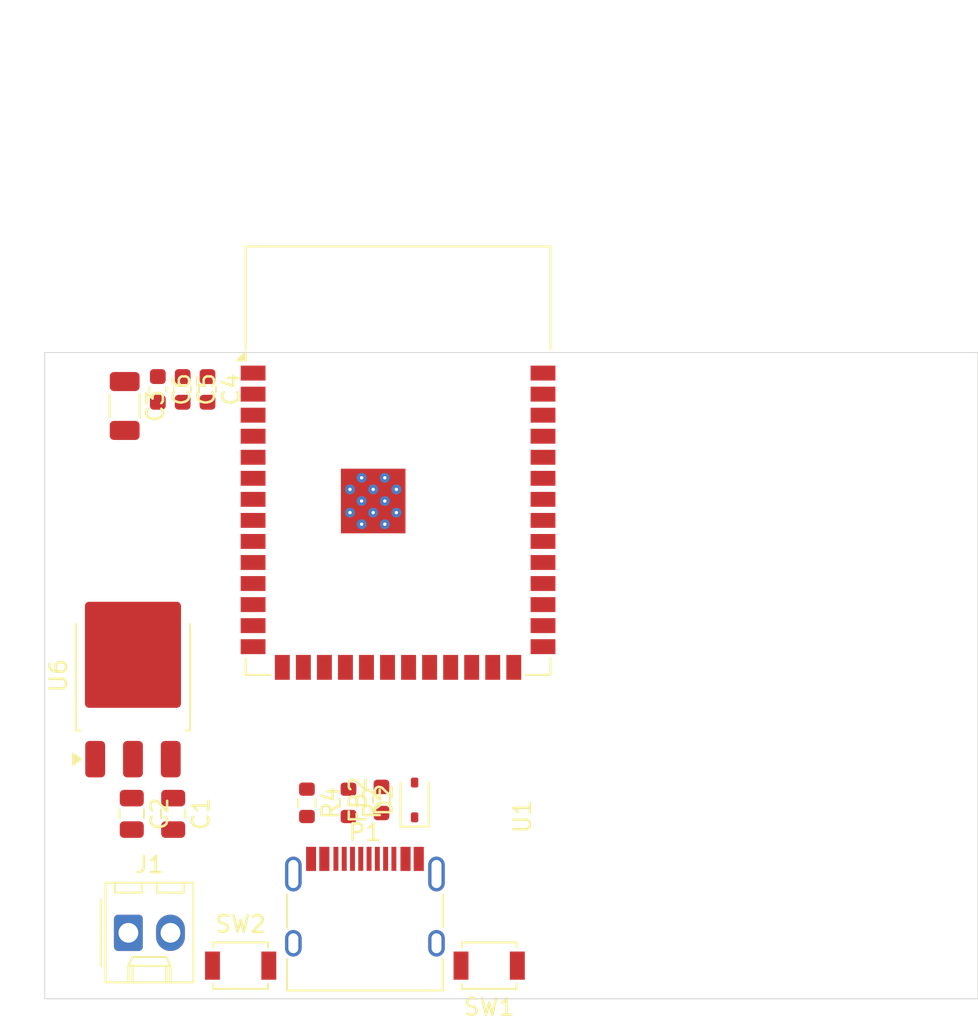
<source format=kicad_pcb>
(kicad_pcb (version 20241229) (generator "pcbnew") (generator_version "9.0")
  (layers (0 "F.Cu" signal) (2 "B.Cu" signal) (13 "F.Paste" user) (15 "B.Paste" user) (5 "F.SilkS" user "F.Silkscreen") (7 "B.SilkS" user "B.Silkscreen") (1 "F.Mask" user) (3 "B.Mask" user) (25 "Edge.Cuts" user))
  (net 0 "")
  (net 1 "5V")
  (net 2 "GND")
  (net 3 "3V3")
  (net 13 "ESP_EN")
  (net 27 "SW_BOOT")
  (net 29 "USB_DP")
  (net 40 "USB_DM")
  (net 41 "/VBUS2")
  (net 42 "Net-(D2-K)")
  (net 45 "/CC1_2")
  (net 46 "/CC2_2")
  (footprint "Diode_SMD:D_SOD-323" (layer "F.Cu") (at 142.5 96.5 90)
    (property "Reference" "D2" (at 0 -1.85 90) (layer "F.SilkS"))
    (property "Value" "1N5819WS")
    (fp_line (start -1.61 -0.85) (end 1.05 -0.85) (stroke (width 0.12)) (layer "F.SilkS"))
    (fp_line (start -1.61 -0.85) (end -1.61 0.85) (stroke (width 0.12)) (layer "F.SilkS"))
    (fp_line (start -1.61 0.85) (end 1.05 0.85) (stroke (width 0.12)) (layer "F.SilkS"))
    (pad "1" smd roundrect (at -1.05 0 90) (size 0.6 0.45) (layers "F.Cu" "F.Mask" "F.Paste") (net 42 "Net-(D2-K)"))
    (pad "2" smd roundrect (at 1.05 0 90) (size 0.6 0.45) (layers "F.Cu" "F.Mask" "F.Paste") (net 41 "/VBUS2"))
  )
  (footprint "Package_TO_SOT_SMD:TO-252-3_TabPin2" (layer "F.Cu") (at 125.5 89 90)
    (property "Reference" "U6" (at 0 -4.5 90) (layer "F.SilkS"))
    (property "Value" "LM1117DT-3.3")
    (fp_line (start 3.11 -3.45) (end -3.31 -3.45) (stroke (width 0.12)) (layer "F.SilkS"))
    (fp_line (start -3.31 -3.45) (end -3.31 -3.18) (stroke (width 0.12)) (layer "F.SilkS"))
    (fp_line (start 3.11 3.45) (end -3.31 3.45) (stroke (width 0.12)) (layer "F.SilkS"))
    (fp_line (start -3.31 3.45) (end -3.31 3.18) (stroke (width 0.12)) (layer "F.SilkS"))
    (fp_poly (pts (xy -5.04 -3.14) (xy -5.38 -3.61) (xy -4.7 -3.61)) (stroke (width 0.12)) (fill yes) (layer "F.SilkS"))
    (pad "1" smd roundrect (at -5.04 -2.28 90) (size 2.2 1.2) (layers "F.Cu" "F.Mask" "F.Paste") (roundrect_rratio 0.208333) (net 2 "GND"))
    (pad "2" smd roundrect (at -5.04 0 90) (size 2.2 1.2) (layers "F.Cu" "F.Mask" "F.Paste") (roundrect_rratio 0.208333) (net 3 "3V3"))
    (pad "2" smd roundrect (at 1.26 0 90) (size 6.4 5.8) (layers "F.Cu" "F.Mask") (roundrect_rratio 0.043103) (net 3 "3V3"))
    (pad "3" smd roundrect (at -5.04 2.28 90) (size 2.2 1.2) (layers "F.Cu" "F.Mask" "F.Paste") (roundrect_rratio 0.208333) (net 1 "5V"))
  )
  (footprint "Capacitor_SMD:C_0805_2012Metric" (layer "F.Cu") (at 125.4275 97.34 -90)
    (property "Reference" "C2" (at 0 -1.68 90) (layer "F.SilkS"))
    (property "Value" "C")
    (fp_line (start -0.261252 0.735) (end 0.261252 0.735) (stroke (width 0.12)) (layer "F.SilkS"))
    (fp_line (start -0.261252 -0.735) (end 0.261252 -0.735) (stroke (width 0.12)) (layer "F.SilkS"))
    (pad "1" smd roundrect (at -0.95 0 270) (size 1 1.45) (layers "F.Cu" "F.Mask" "F.Paste") (net 3 "3V3"))
    (pad "2" smd roundrect (at 0.95 0 270) (size 1 1.45) (layers "F.Cu" "F.Mask" "F.Paste") (net 2 "GND"))
  )
  (footprint "Capacitor_SMD:C_0603_1608Metric" (layer "F.Cu") (at 130 71.725 -90)
    (property "Reference" "C4" (at 0 -1.43 90) (layer "F.SilkS"))
    (property "Value" "C100nF")
    (fp_line (start -0.14058 0.51) (end 0.14058 0.51) (stroke (width 0.12)) (layer "F.SilkS"))
    (fp_line (start -0.14058 -0.51) (end 0.14058 -0.51) (stroke (width 0.12)) (layer "F.SilkS"))
    (pad "1" smd roundrect (at -0.775 0 270) (size 0.9 0.95) (layers "F.Cu" "F.Mask" "F.Paste") (net 2 "GND"))
    (pad "2" smd roundrect (at 0.775 0 270) (size 0.9 0.95) (layers "F.Cu" "F.Mask" "F.Paste") (net 3 "3V3"))
  )
  (footprint "Capacitor_SMD:C_0805_2012Metric" (layer "F.Cu") (at 127.9275 97.34 -90)
    (property "Reference" "C1" (at 0 -1.68 90) (layer "F.SilkS"))
    (property "Value" "C")
    (fp_line (start -0.261252 0.735) (end 0.261252 0.735) (stroke (width 0.12)) (layer "F.SilkS"))
    (fp_line (start -0.261252 -0.735) (end 0.261252 -0.735) (stroke (width 0.12)) (layer "F.SilkS"))
    (pad "1" smd roundrect (at -0.95 0 270) (size 1 1.45) (layers "F.Cu" "F.Mask" "F.Paste") (net 1 "5V"))
    (pad "2" smd roundrect (at 0.95 0 270) (size 1 1.45) (layers "F.Cu" "F.Mask" "F.Paste") (net 2 "GND"))
  )
  (footprint "Inductor_SMD:L_0603_1608Metric" (layer "F.Cu") (at 140.5 96.5 90)
    (property "Reference" "FB2" (at 0 -1.43 90) (layer "F.SilkS"))
    (property "Value" "500mA?")
    (fp_line (start -0.162779 -0.51) (end 0.162779 -0.51) (stroke (width 0.12)) (layer "F.SilkS"))
    (fp_line (start -0.162779 0.51) (end 0.162779 0.51) (stroke (width 0.12)) (layer "F.SilkS"))
    (pad "1" smd roundrect (at -0.7875 0 90) (size 0.875 0.95) (layers "F.Cu" "F.Mask" "F.Paste") (net 42 "Net-(D2-K)"))
    (pad "2" smd roundrect (at 0.7875 0 90) (size 0.875 0.95) (layers "F.Cu" "F.Mask" "F.Paste") (net 1 "5V"))
  )
  (footprint "Connector_Molex:Molex_KK-254_AE-6410-02A_1x02_P2.54mm_Vertical" (layer "F.Cu") (at 125.225 104.52)
    (property "Reference" "J1" (at 1.27 -4.12 0) (layer "F.SilkS"))
    (property "Value" "POW")
    (fp_line (start -1.67 -2) (end -1.67 2) (stroke (width 0.12)) (layer "F.SilkS"))
    (fp_line (start -1.38 -3.03) (end -1.38 2.99) (stroke (width 0.12)) (layer "F.SilkS"))
    (fp_line (start -1.38 2.99) (end 3.92 2.99) (stroke (width 0.12)) (layer "F.SilkS"))
    (fp_line (start -0.8 -3.03) (end -0.8 -2.43) (stroke (width 0.12)) (layer "F.SilkS"))
    (fp_line (start -0.8 -2.43) (end 0.8 -2.43) (stroke (width 0.12)) (layer "F.SilkS"))
    (fp_line (start 0 1.99) (end 0.25 1.46) (stroke (width 0.12)) (layer "F.SilkS"))
    (fp_line (start 0 1.99) (end 2.54 1.99) (stroke (width 0.12)) (layer "F.SilkS"))
    (fp_line (start 0 2.99) (end 0 1.99) (stroke (width 0.12)) (layer "F.SilkS"))
    (fp_line (start 0.25 1.46) (end 2.29 1.46) (stroke (width 0.12)) (layer "F.SilkS"))
    (fp_line (start 0.25 2.99) (end 0.25 1.99) (stroke (width 0.12)) (layer "F.SilkS"))
    (fp_line (start 0.8 -2.43) (end 0.8 -3.03) (stroke (width 0.12)) (layer "F.SilkS"))
    (fp_line (start 1.74 -3.03) (end 1.74 -2.43) (stroke (width 0.12)) (layer "F.SilkS"))
    (fp_line (start 1.74 -2.43) (end 3.34 -2.43) (stroke (width 0.12)) (layer "F.SilkS"))
    (fp_line (start 2.29 1.46) (end 2.54 1.99) (stroke (width 0.12)) (layer "F.SilkS"))
    (fp_line (start 2.29 2.99) (end 2.29 1.99) (stroke (width 0.12)) (layer "F.SilkS"))
    (fp_line (start 2.54 1.99) (end 2.54 2.99) (stroke (width 0.12)) (layer "F.SilkS"))
    (fp_line (start 3.34 -2.43) (end 3.34 -3.03) (stroke (width 0.12)) (layer "F.SilkS"))
    (fp_line (start 3.92 -3.03) (end -1.38 -3.03) (stroke (width 0.12)) (layer "F.SilkS"))
    (fp_line (start 3.92 2.99) (end 3.92 -3.03) (stroke (width 0.12)) (layer "F.SilkS"))
    (pad "1" thru_hole roundrect (at 0 0) (size 1.74 2.19) (drill 1.19) (layers "*.Cu" "*.Mask") (roundrect_rratio 0.143678) (net 2 "GND"))
    (pad "2" thru_hole oval (at 2.54 0) (size 1.74 2.19) (drill 1.19) (layers "*.Cu" "*.Mask") (net 1 "5V"))
  )
  (footprint "Resistor_SMD:R_0603_1608Metric" (layer "F.Cu") (at 138.51 96.675 -90)
    (property "Reference" "R2" (at 0 -1.43 90) (layer "F.SilkS"))
    (property "Value" "5.1k")
    (fp_line (start -0.237258 0.5225) (end 0.237258 0.5225) (stroke (width 0.12)) (layer "F.SilkS"))
    (fp_line (start -0.237258 -0.5225) (end 0.237258 -0.5225) (stroke (width 0.12)) (layer "F.SilkS"))
    (pad "1" smd roundrect (at -0.825 0 270) (size 0.8 0.95) (layers "F.Cu" "F.Mask" "F.Paste") (net 45 "/CC1_2"))
    (pad "2" smd roundrect (at 0.825 0 270) (size 0.8 0.95) (layers "F.Cu" "F.Mask" "F.Paste") (net 2 "GND"))
  )
  (footprint "Button_Switch_SMD:SW_SPST_B3U-1000P" (layer "F.Cu") (at 147 106.5 180)
    (property "Reference" "SW1" (at 0 -2.5 0) (layer "F.SilkS"))
    (property "Value" "SW_Push")
    (fp_line (start 1.65 1.4) (end 1.65 1.1) (stroke (width 0.12)) (layer "F.SilkS"))
    (fp_line (start 1.65 -1.4) (end 1.65 -1.1) (stroke (width 0.12)) (layer "F.SilkS"))
    (fp_line (start -1.65 1.4) (end 1.65 1.4) (stroke (width 0.12)) (layer "F.SilkS"))
    (fp_line (start -1.65 1.1) (end -1.65 1.4) (stroke (width 0.12)) (layer "F.SilkS"))
    (fp_line (start -1.65 -1.1) (end -1.65 -1.4) (stroke (width 0.12)) (layer "F.SilkS"))
    (fp_line (start -1.65 -1.4) (end 1.65 -1.4) (stroke (width 0.12)) (layer "F.SilkS"))
    (pad "1" smd rect (at -1.7 0 180) (size 0.9 1.7) (layers "F.Cu" "F.Mask" "F.Paste") (net 27 "SW_BOOT"))
    (pad "2" smd rect (at 1.7 0 180) (size 0.9 1.7) (layers "F.Cu" "F.Mask" "F.Paste") (net 2 "GND"))
  )
  (footprint "Resistor_SMD:R_0603_1608Metric" (layer "F.Cu") (at 136 96.675 -90)
    (property "Reference" "R4" (at 0 -1.43 90) (layer "F.SilkS"))
    (property "Value" "5.1k")
    (fp_line (start -0.237258 0.5225) (end 0.237258 0.5225) (stroke (width 0.12)) (layer "F.SilkS"))
    (fp_line (start -0.237258 -0.5225) (end 0.237258 -0.5225) (stroke (width 0.12)) (layer "F.SilkS"))
    (pad "1" smd roundrect (at -0.825 0 270) (size 0.8 0.95) (layers "F.Cu" "F.Mask" "F.Paste") (net 46 "/CC2_2"))
    (pad "2" smd roundrect (at 0.825 0 270) (size 0.8 0.95) (layers "F.Cu" "F.Mask" "F.Paste") (net 2 "GND"))
  )
  (footprint "Button_Switch_SMD:SW_SPST_B3U-1000P" (layer "F.Cu") (at 132 106.5)
    (property "Reference" "SW2" (at 0 -2.5 0) (layer "F.SilkS"))
    (property "Value" "SW_Push")
    (fp_line (start -1.65 -1.4) (end 1.65 -1.4) (stroke (width 0.12)) (layer "F.SilkS"))
    (fp_line (start -1.65 -1.1) (end -1.65 -1.4) (stroke (width 0.12)) (layer "F.SilkS"))
    (fp_line (start -1.65 1.1) (end -1.65 1.4) (stroke (width 0.12)) (layer "F.SilkS"))
    (fp_line (start -1.65 1.4) (end 1.65 1.4) (stroke (width 0.12)) (layer "F.SilkS"))
    (fp_line (start 1.65 -1.4) (end 1.65 -1.1) (stroke (width 0.12)) (layer "F.SilkS"))
    (fp_line (start 1.65 1.4) (end 1.65 1.1) (stroke (width 0.12)) (layer "F.SilkS"))
    (pad "1" smd rect (at -1.7 0) (size 0.9 1.7) (layers "F.Cu" "F.Mask" "F.Paste") (net 13 "ESP_EN"))
    (pad "2" smd rect (at 1.7 0) (size 0.9 1.7) (layers "F.Cu" "F.Mask" "F.Paste") (net 2 "GND"))
  )
  (footprint "Capacitor_SMD:C_0603_1608Metric" (layer "F.Cu") (at 127 71.725 -90)
    (property "Reference" "C6" (at 0 -1.43 90) (layer "F.SilkS"))
    (property "Value" "C100nF")
    (fp_line (start -0.14058 0.51) (end 0.14058 0.51) (stroke (width 0.12)) (layer "F.SilkS"))
    (fp_line (start -0.14058 -0.51) (end 0.14058 -0.51) (stroke (width 0.12)) (layer "F.SilkS"))
    (pad "1" smd roundrect (at -0.775 0 270) (size 0.9 0.95) (layers "F.Cu" "F.Mask" "F.Paste") (net 2 "GND"))
    (pad "2" smd roundrect (at 0.775 0 270) (size 0.9 0.95) (layers "F.Cu" "F.Mask" "F.Paste") (net 3 "3V3"))
  )
  (footprint "RF_Module:ESP32-S3-WROOM-1" (layer "F.Cu") (at 141.5 76)
    (property "Reference" "U1" (hide yes))
    (property "Value" "ESP32-S3-WROOM-1" (hide yes))
    (fp_line (start -9.2 -12.9) (end -9.2 -6.7) (stroke (width 0.12)) (layer "F.SilkS"))
    (fp_line (start -9.2 -12.9) (end 9.2 -12.9) (stroke (width 0.12)) (layer "F.SilkS"))
    (fp_line (start -9.2 11.95) (end -9.2 12.95) (stroke (width 0.12)) (layer "F.SilkS"))
    (fp_line (start -9.2 12.95) (end -7.7 12.95) (stroke (width 0.12)) (layer "F.SilkS"))
    (fp_line (start 9.2 -12.9) (end 9.2 -6.7) (stroke (width 0.12)) (layer "F.SilkS"))
    (fp_line (start 9.2 12.95) (end 7.7 12.95) (stroke (width 0.12)) (layer "F.SilkS"))
    (fp_line (start 9.2 12.95) (end 9.2 11.95) (stroke (width 0.12)) (layer "F.SilkS"))
    (fp_poly (pts (xy -9.2 -6.025) (xy -9.7 -6.025) (xy -9.2 -6.525) (xy -9.2 -6.025)) (stroke (width 0.12)) (fill yes) (layer "F.SilkS"))
    (pad "1" smd rect (at -8.75 -5.26) (size 1.5 0.9) (layers "F.Cu" "F.Mask" "F.Paste") (net 2 "GND"))
    (pad "2" smd rect (at -8.75 -3.99) (size 1.5 0.9) (layers "F.Cu" "F.Mask" "F.Paste") (net 3 "3V3"))
    (pad "3" smd rect (at -8.75 -2.72) (size 1.5 0.9) (layers "F.Cu" "F.Mask" "F.Paste") (net 13 "ESP_EN"))
    (pad "4" smd rect (at -8.75 -1.45) (size 1.5 0.9) (layers "F.Cu" "F.Mask" "F.Paste"))
    (pad "5" smd rect (at -8.75 -0.18) (size 1.5 0.9) (layers "F.Cu" "F.Mask" "F.Paste"))
    (pad "6" smd rect (at -8.75 1.09) (size 1.5 0.9) (layers "F.Cu" "F.Mask" "F.Paste"))
    (pad "7" smd rect (at -8.75 2.36) (size 1.5 0.9) (layers "F.Cu" "F.Mask" "F.Paste"))
    (pad "8" smd rect (at -8.75 3.63) (size 1.5 0.9) (layers "F.Cu" "F.Mask" "F.Paste"))
    (pad "9" smd rect (at -8.75 4.9) (size 1.5 0.9) (layers "F.Cu" "F.Mask" "F.Paste"))
    (pad "10" smd rect (at -8.75 6.17) (size 1.5 0.9) (layers "F.Cu" "F.Mask" "F.Paste"))
    (pad "11" smd rect (at -8.75 7.44) (size 1.5 0.9) (layers "F.Cu" "F.Mask" "F.Paste"))
    (pad "12" smd rect (at -8.75 8.71) (size 1.5 0.9) (layers "F.Cu" "F.Mask" "F.Paste"))
    (pad "13" smd rect (at -8.75 9.98) (size 1.5 0.9) (layers "F.Cu" "F.Mask" "F.Paste") (net 40 "USB_DM"))
    (pad "14" smd rect (at -8.75 11.25 180) (size 1.5 0.9) (layers "F.Cu" "F.Mask" "F.Paste") (net 29 "USB_DP"))
    (pad "15" smd rect (at -6.985 12.5 270) (size 1.5 0.9) (layers "F.Cu" "F.Mask" "F.Paste"))
    (pad "16" smd rect (at -5.715 12.5 270) (size 1.5 0.9) (layers "F.Cu" "F.Mask" "F.Paste"))
    (pad "17" smd rect (at -4.445 12.5 270) (size 1.5 0.9) (layers "F.Cu" "F.Mask" "F.Paste"))
    (pad "18" smd rect (at -3.175 12.5 270) (size 1.5 0.9) (layers "F.Cu" "F.Mask" "F.Paste"))
    (pad "19" smd rect (at -1.905 12.5 270) (size 1.5 0.9) (layers "F.Cu" "F.Mask" "F.Paste"))
    (pad "20" smd rect (at -0.635 12.5 270) (size 1.5 0.9) (layers "F.Cu" "F.Mask" "F.Paste"))
    (pad "21" smd rect (at 0.635 12.5 270) (size 1.5 0.9) (layers "F.Cu" "F.Mask" "F.Paste"))
    (pad "22" smd rect (at 1.905 12.5 270) (size 1.5 0.9) (layers "F.Cu" "F.Mask" "F.Paste"))
    (pad "23" smd rect (at 3.175 12.5 270) (size 1.5 0.9) (layers "F.Cu" "F.Mask" "F.Paste"))
    (pad "24" smd rect (at 4.445 12.5 270) (size 1.5 0.9) (layers "F.Cu" "F.Mask" "F.Paste"))
    (pad "25" smd rect (at 5.715 12.5 270) (size 1.5 0.9) (layers "F.Cu" "F.Mask" "F.Paste"))
    (pad "26" smd rect (at 6.985 12.5 270) (size 1.5 0.9) (layers "F.Cu" "F.Mask" "F.Paste"))
    (pad "27" smd rect (at 8.75 11.25) (size 1.5 0.9) (layers "F.Cu" "F.Mask" "F.Paste") (net 27 "SW_BOOT"))
    (pad "28" smd rect (at 8.75 9.98) (size 1.5 0.9) (layers "F.Cu" "F.Mask" "F.Paste"))
    (pad "29" smd rect (at 8.75 8.71) (size 1.5 0.9) (layers "F.Cu" "F.Mask" "F.Paste"))
    (pad "30" smd rect (at 8.75 7.44) (size 1.5 0.9) (layers "F.Cu" "F.Mask" "F.Paste"))
    (pad "31" smd rect (at 8.75 6.17) (size 1.5 0.9) (layers "F.Cu" "F.Mask" "F.Paste"))
    (pad "32" smd rect (at 8.75 4.9) (size 1.5 0.9) (layers "F.Cu" "F.Mask" "F.Paste"))
    (pad "33" smd rect (at 8.75 3.63) (size 1.5 0.9) (layers "F.Cu" "F.Mask" "F.Paste"))
    (pad "34" smd rect (at 8.75 2.36) (size 1.5 0.9) (layers "F.Cu" "F.Mask" "F.Paste"))
    (pad "35" smd rect (at 8.75 1.09) (size 1.5 0.9) (layers "F.Cu" "F.Mask" "F.Paste"))
    (pad "36" smd rect (at 8.75 -0.18) (size 1.5 0.9) (layers "F.Cu" "F.Mask" "F.Paste"))
    (pad "37" smd rect (at 8.75 -1.45) (size 1.5 0.9) (layers "F.Cu" "F.Mask" "F.Paste"))
    (pad "38" smd rect (at 8.75 -2.72) (size 1.5 0.9) (layers "F.Cu" "F.Mask" "F.Paste"))
    (pad "39" smd rect (at 8.75 -3.99) (size 1.5 0.9) (layers "F.Cu" "F.Mask" "F.Paste"))
    (pad "40" smd rect (at 8.75 -5.26) (size 1.5 0.9) (layers "F.Cu" "F.Mask" "F.Paste") (net 2 "GND"))
    (pad "41" thru_hole circle (at -2.9 1.76 90) (size 0.6 0.6) (drill 0.2) (property pad_prop_heatsink) (layers "*.Cu" "F.Mask") (net 2 "GND"))
    (pad "41" thru_hole circle (at -2.9 3.16) (size 0.6 0.6) (drill 0.2) (property pad_prop_heatsink) (layers "*.Cu" "F.Mask") (net 2 "GND"))
    (pad "41" thru_hole circle (at -2.2 1.06) (size 0.6 0.6) (drill 0.2) (property pad_prop_heatsink) (layers "*.Cu" "F.Mask") (net 2 "GND"))
    (pad "41" thru_hole circle (at -2.2 2.46) (size 0.6 0.6) (drill 0.2) (property pad_prop_heatsink) (layers "*.Cu" "F.Mask") (net 2 "GND"))
    (pad "41" thru_hole circle (at -2.2 3.86) (size 0.6 0.6) (drill 0.2) (property pad_prop_heatsink) (layers "*.Cu" "F.Mask") (net 2 "GND"))
    (pad "41" thru_hole circle (at -1.5 1.76) (size 0.6 0.6) (drill 0.2) (property pad_prop_heatsink) (layers "*.Cu" "F.Mask") (net 2 "GND"))
    (pad "41" smd rect (at -1.5 2.46 270) (size 3.9 3.9) (property pad_prop_heatsink) (layers "F.Cu" "F.Mask") (net 2 "GND"))
    (pad "41" thru_hole circle (at -1.5 3.16) (size 0.6 0.6) (drill 0.2) (property pad_prop_heatsink) (layers "*.Cu" "F.Mask") (net 2 "GND"))
    (pad "41" thru_hole circle (at -0.8 1.06) (size 0.6 0.6) (drill 0.2) (property pad_prop_heatsink) (layers "*.Cu" "F.Mask") (net 2 "GND"))
    (pad "41" thru_hole circle (at -0.8 2.46) (size 0.6 0.6) (drill 0.2) (property pad_prop_heatsink) (layers "*.Cu" "F.Mask") (net 2 "GND"))
    (pad "41" thru_hole circle (at -0.8 3.86) (size 0.6 0.6) (drill 0.2) (property pad_prop_heatsink) (layers "*.Cu" "F.Mask") (net 2 "GND"))
    (pad "41" thru_hole circle (at -0.1 1.76) (size 0.6 0.6) (drill 0.2) (property pad_prop_heatsink) (layers "*.Cu" "F.Mask") (net 2 "GND"))
    (pad "41" thru_hole circle (at -0.1 3.16) (size 0.6 0.6) (drill 0.2) (property pad_prop_heatsink) (layers "*.Cu" "F.Mask") (net 2 "GND"))
  )
  (footprint "Capacitor_SMD:C_0603_1608Metric" (layer "F.Cu") (at 128.5 71.725 -90)
    (property "Reference" "C5" (at 0 -1.43 90) (layer "F.SilkS"))
    (property "Value" "C100nF")
    (fp_line (start -0.14058 0.51) (end 0.14058 0.51) (stroke (width 0.12)) (layer "F.SilkS"))
    (fp_line (start -0.14058 -0.51) (end 0.14058 -0.51) (stroke (width 0.12)) (layer "F.SilkS"))
    (pad "1" smd roundrect (at -0.775 0 270) (size 0.9 0.95) (layers "F.Cu" "F.Mask" "F.Paste") (net 2 "GND"))
    (pad "2" smd roundrect (at 0.775 0 270) (size 0.9 0.95) (layers "F.Cu" "F.Mask" "F.Paste") (net 3 "3V3"))
  )
  (footprint "Capacitor_SMD:C_1206_3216Metric" (layer "F.Cu") (at 125 72.725 -90)
    (property "Reference" "C3" (at 0 -1.85 90) (layer "F.SilkS"))
    (property "Value" "C10uF")
    (fp_line (start -0.711252 0.91) (end 0.711252 0.91) (stroke (width 0.12)) (layer "F.SilkS"))
    (fp_line (start -0.711252 -0.91) (end 0.711252 -0.91) (stroke (width 0.12)) (layer "F.SilkS"))
    (pad "1" smd roundrect (at -1.475 0 270) (size 1.15 1.8) (layers "F.Cu" "F.Mask" "F.Paste") (roundrect_rratio 0.217391) (net 2 "GND"))
    (pad "2" smd roundrect (at 1.475 0 270) (size 1.15 1.8) (layers "F.Cu" "F.Mask" "F.Paste") (roundrect_rratio 0.217391) (net 3 "3V3"))
  )
  (footprint "Connector_USB:USB_C_Receptacle_HRO_TYPE-C-31-M-12" (layer "F.Cu") (at 139.5 104.1)
    (property "Reference" "P1" (at 0 -5.645 0) (layer "F.SilkS"))
    (property "Value" "USB_C_Receptacle_USB2.0")
    (fp_line (start -4.7 -1.9) (end -4.7 0.1) (stroke (width 0.12)) (layer "F.SilkS"))
    (fp_line (start -4.7 2) (end -4.7 3.9) (stroke (width 0.12)) (layer "F.SilkS"))
    (fp_line (start -4.7 3.9) (end 4.7 3.9) (stroke (width 0.12)) (layer "F.SilkS"))
    (fp_line (start 4.7 -1.9) (end 4.7 0.1) (stroke (width 0.12)) (layer "F.SilkS"))
    (fp_line (start 4.7 2) (end 4.7 3.9) (stroke (width 0.12)) (layer "F.SilkS"))
    (pad "" np_thru_hole circle (at -2.89 -2.6) (size 0.65 0.65) (drill 0.65) (layers "*.Cu" "*.Mask"))
    (pad "" np_thru_hole circle (at 2.89 -2.6) (size 0.65 0.65) (drill 0.65) (layers "*.Cu" "*.Mask"))
    (pad "A1" smd rect (at -3.25 -4.045) (size 0.6 1.45) (layers "F.Cu" "F.Mask" "F.Paste") (net 2 "GND"))
    (pad "A4" smd rect (at -2.45 -4.045) (size 0.6 1.45) (layers "F.Cu" "F.Mask" "F.Paste") (net 41 "/VBUS2"))
    (pad "A5" smd rect (at -1.25 -4.045) (size 0.3 1.45) (layers "F.Cu" "F.Mask" "F.Paste") (net 45 "/CC1_2"))
    (pad "A6" smd rect (at -0.25 -4.045) (size 0.3 1.45) (layers "F.Cu" "F.Mask" "F.Paste") (net 29 "USB_DP"))
    (pad "A7" smd rect (at 0.25 -4.045) (size 0.3 1.45) (layers "F.Cu" "F.Mask" "F.Paste") (net 40 "USB_DM"))
    (pad "A8" smd rect (at 1.25 -4.045) (size 0.3 1.45) (layers "F.Cu" "F.Mask" "F.Paste"))
    (pad "A9" smd rect (at 2.45 -4.045) (size 0.6 1.45) (layers "F.Cu" "F.Mask" "F.Paste") (net 41 "/VBUS2"))
    (pad "A12" smd rect (at 3.25 -4.045) (size 0.6 1.45) (layers "F.Cu" "F.Mask" "F.Paste") (net 2 "GND"))
    (pad "B1" smd rect (at 3.25 -4.045) (size 0.6 1.45) (layers "F.Cu" "F.Mask" "F.Paste") (net 2 "GND"))
    (pad "B4" smd rect (at 2.45 -4.045) (size 0.6 1.45) (layers "F.Cu" "F.Mask" "F.Paste") (net 41 "/VBUS2"))
    (pad "B5" smd rect (at 1.75 -4.045) (size 0.3 1.45) (layers "F.Cu" "F.Mask" "F.Paste") (net 46 "/CC2_2"))
    (pad "B6" smd rect (at 0.75 -4.045) (size 0.3 1.45) (layers "F.Cu" "F.Mask" "F.Paste") (net 29 "USB_DP"))
    (pad "B7" smd rect (at -0.75 -4.045) (size 0.3 1.45) (layers "F.Cu" "F.Mask" "F.Paste") (net 40 "USB_DM"))
    (pad "B8" smd rect (at -1.75 -4.045) (size 0.3 1.45) (layers "F.Cu" "F.Mask" "F.Paste"))
    (pad "B9" smd rect (at -2.45 -4.045) (size 0.6 1.45) (layers "F.Cu" "F.Mask" "F.Paste") (net 41 "/VBUS2"))
    (pad "B12" smd rect (at -3.25 -4.045) (size 0.6 1.45) (layers "F.Cu" "F.Mask" "F.Paste") (net 2 "GND"))
    (pad "S1" thru_hole oval (at -4.32 -3.13) (size 1 2.1) (drill oval 0.6 1.7) (property pad_prop_heatsink) (layers "*.Cu" "*.Mask") (net 2 "GND"))
    (pad "S1" thru_hole oval (at -4.32 1.05) (size 1 1.6) (drill oval 0.6 1.2) (property pad_prop_heatsink) (layers "*.Cu" "*.Mask") (net 2 "GND"))
    (pad "S1" thru_hole oval (at 4.32 -3.13) (size 1 2.1) (drill oval 0.6 1.7) (property pad_prop_heatsink) (layers "*.Cu" "*.Mask") (net 2 "GND"))
    (pad "S1" thru_hole oval (at 4.32 1.05) (size 1 1.6) (drill oval 0.6 1.2) (property pad_prop_heatsink) (layers "*.Cu" "*.Mask") (net 2 "GND"))
  )
  (gr_rect (start 120.171063 69.5) (end 176.5 108.5) (stroke (width 0.05)) (fill no) (layer "Edge.Cuts"))
  (gr_text "U1" (at 149 97.5 90) (layer "F.SilkS") (effects (font (size 1 1))))
)
</source>
